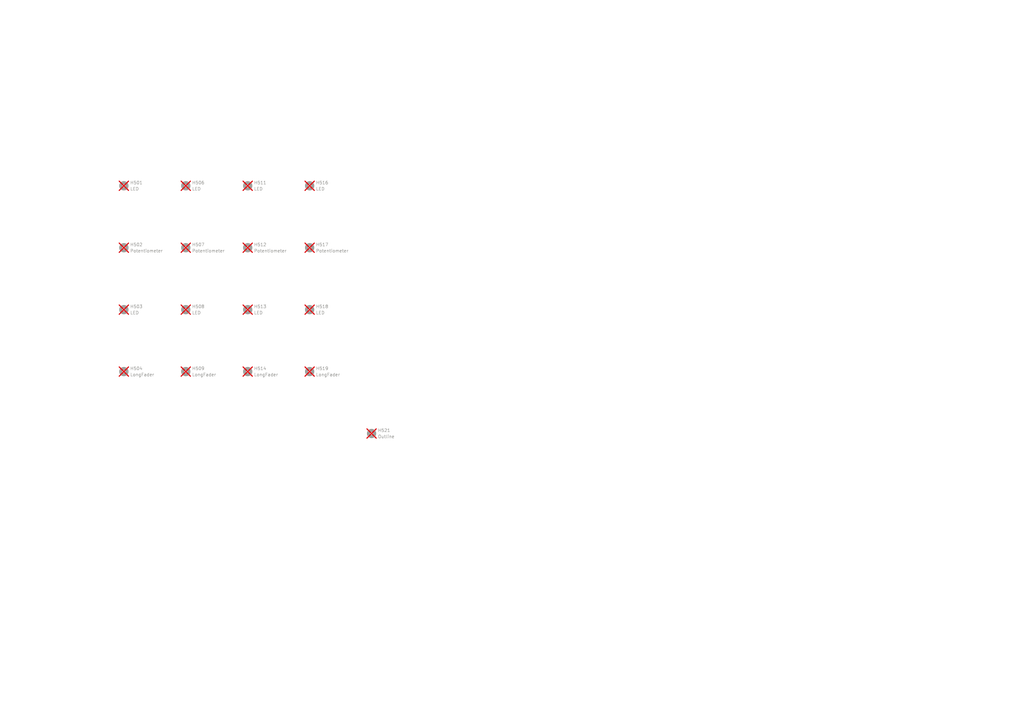
<source format=kicad_sch>
(kicad_sch (version 20231120) (generator "eeschema") (generator_version "8.0")
  (paper "A3")
  (lib_symbols
    (symbol "Mechanical:MountingHole" (pin_names (offset 1.016)) (exclude_from_sim yes) (in_bom no)
      (property "Reference" "H" (at 0 5.08 0))
      (property "Value" "MountingHole" (at 0 3.175 0))
      (symbol "MountingHole_0_1"
        (circle (center 0 0) (radius 1.27) (stroke (width 1.27)))
      )
    )
  )
  (symbol (lib_id "Mechanical:MountingHole") (at 50.8 101.6 0) (unit 1) (exclude_from_sim yes) (in_bom no) (dnp yes)
    (property "Reference" "H502" (at 53.34 100.3299 0) (effects (justify left)))
    (property "Value" "Potentiometer" (at 53.34 102.8699 0) (effects (justify left)))
    (property "Footprint" "suku_basics:FP_POTENTIOMETER" (effects (hide yes)))
    (property "Description" "Mounting Hole without connection" (effects (hide yes)))
  )
  (symbol (lib_id "Mechanical:MountingHole") (at 127 76.2 0) (unit 1) (exclude_from_sim yes) (in_bom no) (dnp yes)
    (property "Reference" "H516" (at 129.54 74.9299 0) (effects (justify left)))
    (property "Value" "LED" (at 129.54 77.4699 0) (effects (justify left)))
    (property "Footprint" "suku_basics:FP_LED" (effects (hide yes)))
    (property "Description" "Mounting Hole without connection" (effects (hide yes)))
  )
  (symbol (lib_id "Mechanical:MountingHole") (at 101.6 127 0) (unit 1) (exclude_from_sim yes) (in_bom no) (dnp yes)
    (property "Reference" "H513" (at 104.14 125.7299 0) (effects (justify left)))
    (property "Value" "LED" (at 104.14 128.2699 0) (effects (justify left)))
    (property "Footprint" "suku_basics:FP_LED" (effects (hide yes)))
    (property "Description" "Mounting Hole without connection" (effects (hide yes)))
  )
  (symbol (lib_id "Mechanical:MountingHole") (at 76.2 76.2 0) (unit 1) (exclude_from_sim yes) (in_bom no) (dnp yes)
    (property "Reference" "H506" (at 78.74 74.9299 0) (effects (justify left)))
    (property "Value" "LED" (at 78.74 77.4699 0) (effects (justify left)))
    (property "Footprint" "suku_basics:FP_LED" (effects (hide yes)))
    (property "Description" "Mounting Hole without connection" (effects (hide yes)))
  )
  (symbol (lib_id "Mechanical:MountingHole") (at 76.2 152.4 0) (unit 1) (exclude_from_sim yes) (in_bom no) (dnp yes)
    (property "Reference" "H509" (at 78.74 151.1299 0) (effects (justify left)))
    (property "Value" "LongFader" (at 78.74 153.6699 0) (effects (justify left)))
    (property "Footprint" "suku_basics:FP_LONGFADER" (effects (hide yes)))
    (property "Description" "Mounting Hole without connection" (effects (hide yes)))
  )
  (symbol (lib_id "Mechanical:MountingHole") (at 101.6 76.2 0) (unit 1) (exclude_from_sim yes) (in_bom no) (dnp yes)
    (property "Reference" "H511" (at 104.14 74.9299 0) (effects (justify left)))
    (property "Value" "LED" (at 104.14 77.4699 0) (effects (justify left)))
    (property "Footprint" "suku_basics:FP_LED" (effects (hide yes)))
    (property "Description" "Mounting Hole without connection" (effects (hide yes)))
  )
  (symbol (lib_id "Mechanical:MountingHole") (at 127 101.6 0) (unit 1) (exclude_from_sim yes) (in_bom no) (dnp yes)
    (property "Reference" "H517" (at 129.54 100.3299 0) (effects (justify left)))
    (property "Value" "Potentiometer" (at 129.54 102.8699 0) (effects (justify left)))
    (property "Footprint" "suku_basics:FP_POTENTIOMETER" (effects (hide yes)))
    (property "Description" "Mounting Hole without connection" (effects (hide yes)))
  )
  (symbol (lib_id "Mechanical:MountingHole") (at 101.6 152.4 0) (unit 1) (exclude_from_sim yes) (in_bom no) (dnp yes)
    (property "Reference" "H514" (at 104.14 151.1299 0) (effects (justify left)))
    (property "Value" "LongFader" (at 104.14 153.6699 0) (effects (justify left)))
    (property "Footprint" "suku_basics:FP_LONGFADER" (effects (hide yes)))
    (property "Description" "Mounting Hole without connection" (effects (hide yes)))
  )
  (symbol (lib_id "Mechanical:MountingHole") (at 127 127 0) (unit 1) (exclude_from_sim yes) (in_bom no) (dnp yes)
    (property "Reference" "H518" (at 129.54 125.7299 0) (effects (justify left)))
    (property "Value" "LED" (at 129.54 128.2699 0) (effects (justify left)))
    (property "Footprint" "suku_basics:FP_LED" (effects (hide yes)))
    (property "Description" "Mounting Hole without connection" (effects (hide yes)))
  )
  (symbol (lib_id "Mechanical:MountingHole") (at 76.2 101.6 0) (unit 1) (exclude_from_sim yes) (in_bom no) (dnp yes)
    (property "Reference" "H507" (at 78.74 100.3299 0) (effects (justify left)))
    (property "Value" "Potentiometer" (at 78.74 102.8699 0) (effects (justify left)))
    (property "Footprint" "suku_basics:FP_POTENTIOMETER" (effects (hide yes)))
    (property "Description" "Mounting Hole without connection" (effects (hide yes)))
  )
  (symbol (lib_id "Mechanical:MountingHole") (at 50.8 76.2 0) (unit 1) (exclude_from_sim yes) (in_bom no) (dnp yes)
    (property "Reference" "H501" (at 53.34 74.9299 0) (effects (justify left)))
    (property "Value" "LED" (at 53.34 77.4699 0) (effects (justify left)))
    (property "Footprint" "suku_basics:FP_LED" (effects (hide yes)))
    (property "Description" "Mounting Hole without connection" (effects (hide yes)))
  )
  (symbol (lib_id "Mechanical:MountingHole") (at 50.8 152.4 0) (unit 1) (exclude_from_sim yes) (in_bom no) (dnp yes)
    (property "Reference" "H504" (at 53.34 151.1299 0) (effects (justify left)))
    (property "Value" "LongFader" (at 53.34 153.6699 0) (effects (justify left)))
    (property "Footprint" "suku_basics:FP_LONGFADER" (effects (hide yes)))
    (property "Description" "Mounting Hole without connection" (effects (hide yes)))
  )
  (symbol (lib_id "Mechanical:MountingHole") (at 152.4 177.8 0) (unit 1) (exclude_from_sim yes) (in_bom no) (dnp yes)
    (property "Reference" "H521" (at 154.94 176.5299 0) (effects (justify left)))
    (property "Value" "Outline" (at 154.94 179.0699 0) (effects (justify left)))
    (property "Footprint" "suku_basics:FP_OUTLINE" (effects (hide yes)))
    (property "Description" "Mounting Hole without connection" (effects (hide yes)))
  )
  (symbol (lib_id "Mechanical:MountingHole") (at 50.8 127 0) (unit 1) (exclude_from_sim yes) (in_bom no) (dnp yes)
    (property "Reference" "H503" (at 53.34 125.7299 0) (effects (justify left)))
    (property "Value" "LED" (at 53.34 128.2699 0) (effects (justify left)))
    (property "Footprint" "suku_basics:FP_LED" (effects (hide yes)))
    (property "Description" "Mounting Hole without connection" (effects (hide yes)))
  )
  (symbol (lib_id "Mechanical:MountingHole") (at 101.6 101.6 0) (unit 1) (exclude_from_sim yes) (in_bom no) (dnp yes)
    (property "Reference" "H512" (at 104.14 100.3299 0) (effects (justify left)))
    (property "Value" "Potentiometer" (at 104.14 102.8699 0) (effects (justify left)))
    (property "Footprint" "suku_basics:FP_POTENTIOMETER" (effects (hide yes)))
    (property "Description" "Mounting Hole without connection" (effects (hide yes)))
  )
  (symbol (lib_id "Mechanical:MountingHole") (at 127 152.4 0) (unit 1) (exclude_from_sim yes) (in_bom no) (dnp yes)
    (property "Reference" "H519" (at 129.54 151.1299 0) (effects (justify left)))
    (property "Value" "LongFader" (at 129.54 153.6699 0) (effects (justify left)))
    (property "Footprint" "suku_basics:FP_LONGFADER" (effects (hide yes)))
    (property "Description" "Mounting Hole without connection" (effects (hide yes)))
  )
  (symbol (lib_id "Mechanical:MountingHole") (at 76.2 127 0) (unit 1) (exclude_from_sim yes) (in_bom no) (dnp yes)
    (property "Reference" "H508" (at 78.74 125.7299 0) (effects (justify left)))
    (property "Value" "LED" (at 78.74 128.2699 0) (effects (justify left)))
    (property "Footprint" "suku_basics:FP_LED" (effects (hide yes)))
    (property "Description" "Mounting Hole without connection" (effects (hide yes)))
  )
)
</source>
